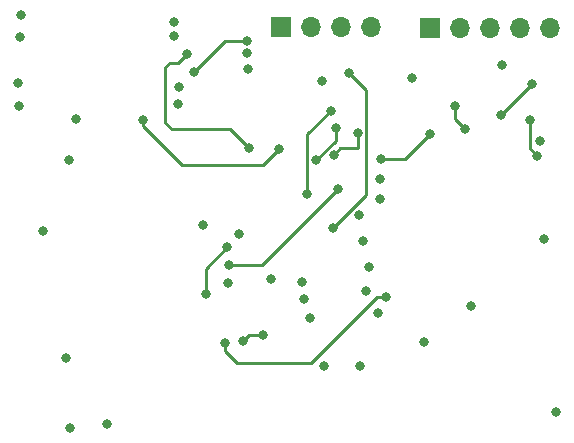
<source format=gbr>
%TF.GenerationSoftware,KiCad,Pcbnew,(6.0.1)*%
%TF.CreationDate,2022-04-20T02:22:31-05:00*%
%TF.ProjectId,pcb_w_STM32F030C8T6,7063625f-775f-4535-944d-333246303330,rev?*%
%TF.SameCoordinates,Original*%
%TF.FileFunction,Copper,L4,Bot*%
%TF.FilePolarity,Positive*%
%FSLAX46Y46*%
G04 Gerber Fmt 4.6, Leading zero omitted, Abs format (unit mm)*
G04 Created by KiCad (PCBNEW (6.0.1)) date 2022-04-20 02:22:31*
%MOMM*%
%LPD*%
G01*
G04 APERTURE LIST*
%TA.AperFunction,ComponentPad*%
%ADD10R,1.700000X1.700000*%
%TD*%
%TA.AperFunction,ComponentPad*%
%ADD11O,1.700000X1.700000*%
%TD*%
%TA.AperFunction,ViaPad*%
%ADD12C,0.800000*%
%TD*%
%TA.AperFunction,Conductor*%
%ADD13C,0.250000*%
%TD*%
G04 APERTURE END LIST*
D10*
%TO.P,J2,1,Pin_1*%
%TO.N,SWCLK*%
X78435000Y-69850000D03*
D11*
%TO.P,J2,2,Pin_2*%
%TO.N,SWDIO*%
X80975000Y-69850000D03*
%TO.P,J2,3,Pin_3*%
%TO.N,GND*%
X83515000Y-69850000D03*
%TO.P,J2,4,Pin_4*%
%TO.N,Net-(J2-Pad4)*%
X86055000Y-69850000D03*
%TO.P,J2,5,Pin_5*%
%TO.N,NRST*%
X88595000Y-69850000D03*
%TD*%
D10*
%TO.P,J1,1,Pin_1*%
%TO.N,GND*%
X65750000Y-69750000D03*
D11*
%TO.P,J1,2,Pin_2*%
%TO.N,VDDA*%
X68290000Y-69750000D03*
%TO.P,J1,3,Pin_3*%
%TO.N,SCL*%
X70830000Y-69750000D03*
%TO.P,J1,4,Pin_4*%
%TO.N,SDA*%
X73370000Y-69750000D03*
%TD*%
D12*
%TO.N,GND*%
X69250000Y-74325000D03*
%TO.N,Net-(C5-Pad2)*%
X62875000Y-70975000D03*
X58450000Y-73600000D03*
%TO.N,MC_USB_3.3*%
X63050000Y-80050000D03*
X57825000Y-72050000D03*
%TO.N,MC_USB_5*%
X65625000Y-80125000D03*
X54125000Y-77650000D03*
%TO.N,MC_USB_3.3*%
X81350000Y-78375000D03*
X80550000Y-76475500D03*
%TO.N,GND*%
X63025000Y-73350000D03*
X62900000Y-72000000D03*
X69400000Y-98450000D03*
X67600000Y-91350000D03*
X43750000Y-68775000D03*
X57100000Y-76325000D03*
X43600000Y-76500000D03*
X88025000Y-87725000D03*
X51050000Y-103350000D03*
X59175000Y-86550000D03*
X47925000Y-103700000D03*
X43550000Y-74525000D03*
X76850000Y-74075000D03*
X43725000Y-70600000D03*
X81875000Y-93425000D03*
X72500000Y-98475000D03*
X48450000Y-77575000D03*
X73200000Y-90100000D03*
X89050000Y-102350000D03*
X57165468Y-74847117D03*
X47875000Y-81000000D03*
X56725000Y-70575000D03*
X56700000Y-69325000D03*
X62250000Y-87325000D03*
X45625000Y-87075000D03*
%TO.N,VDDA*%
X47550000Y-97825000D03*
X77850000Y-96450000D03*
X64975000Y-91100000D03*
X74125000Y-82675000D03*
X87700000Y-79450000D03*
X72400000Y-85650000D03*
X74175000Y-84300000D03*
X72700000Y-87925000D03*
X84475000Y-72950000D03*
X61300000Y-91475000D03*
X67700000Y-92825000D03*
X68200000Y-94375000D03*
X72975000Y-92125000D03*
X74025000Y-93975000D03*
%TO.N,NRST*%
X61350000Y-89900000D03*
X70625000Y-83475000D03*
X74275000Y-80950000D03*
X87050000Y-74575000D03*
X84375000Y-77200000D03*
X78400000Y-78800000D03*
%TO.N,CHANGE_STATE*%
X61225000Y-88425000D03*
X61050000Y-96525000D03*
X74700000Y-92650000D03*
X59400000Y-92350000D03*
%TO.N,DEC*%
X64300000Y-95825000D03*
X62525000Y-96400000D03*
%TO.N,SCL*%
X70150000Y-86825000D03*
X71575000Y-73675000D03*
%TO.N,SDA*%
X69975000Y-76900000D03*
X68024500Y-83950000D03*
%TO.N,SWCLK*%
X68750000Y-81075000D03*
X70425000Y-78325000D03*
%TO.N,SWDIO*%
X70252729Y-80596870D03*
X72275000Y-78750000D03*
%TO.N,Net-(J2-Pad4)*%
X87500000Y-80675000D03*
X86825000Y-77650000D03*
%TD*%
D13*
%TO.N,Net-(C5-Pad2)*%
X61075000Y-70975000D02*
X62875000Y-70975000D01*
X58450000Y-73600000D02*
X61075000Y-70975000D01*
%TO.N,MC_USB_3.3*%
X57075000Y-72800000D02*
X57825000Y-72050000D01*
X56775000Y-72800000D02*
X57075000Y-72800000D01*
X56350000Y-72800000D02*
X56775000Y-72800000D01*
X55950000Y-73200000D02*
X56350000Y-72800000D01*
X55950000Y-77875000D02*
X55950000Y-73200000D01*
X61450000Y-78450000D02*
X56525000Y-78450000D01*
X63050000Y-80050000D02*
X61450000Y-78450000D01*
X56525000Y-78450000D02*
X55950000Y-77875000D01*
%TO.N,MC_USB_5*%
X54125000Y-78150000D02*
X54125000Y-77650000D01*
X57425000Y-81450000D02*
X54125000Y-78150000D01*
X64300000Y-81450000D02*
X57425000Y-81450000D01*
X65625000Y-80125000D02*
X64300000Y-81450000D01*
%TO.N,MC_USB_3.3*%
X80550000Y-77575000D02*
X81350000Y-78375000D01*
X80550000Y-76475500D02*
X80550000Y-77575000D01*
%TO.N,NRST*%
X76250000Y-80950000D02*
X74275000Y-80950000D01*
X70625000Y-83475000D02*
X64200000Y-89900000D01*
X84425000Y-77200000D02*
X84375000Y-77200000D01*
X87050000Y-74575000D02*
X84425000Y-77200000D01*
X78400000Y-78800000D02*
X76250000Y-80950000D01*
X64200000Y-89900000D02*
X61350000Y-89900000D01*
%TO.N,CHANGE_STATE*%
X73875000Y-92650000D02*
X73800000Y-92725000D01*
X59400000Y-90250000D02*
X61225000Y-88425000D01*
X59400000Y-92350000D02*
X59400000Y-90250000D01*
X73800000Y-92725000D02*
X68325000Y-98200000D01*
X62025000Y-98200000D02*
X61050000Y-97225000D01*
X74700000Y-92650000D02*
X73875000Y-92650000D01*
X68325000Y-98200000D02*
X62025000Y-98200000D01*
X61050000Y-97225000D02*
X61050000Y-96525000D01*
%TO.N,DEC*%
X62525000Y-96400000D02*
X63050000Y-95875000D01*
X63100000Y-95825000D02*
X64300000Y-95825000D01*
X63050000Y-95875000D02*
X63100000Y-95825000D01*
%TO.N,SCL*%
X70150000Y-86825000D02*
X72999511Y-83975489D01*
X72999511Y-75099511D02*
X71575000Y-73675000D01*
X72999511Y-83975489D02*
X72999511Y-75099511D01*
%TO.N,SDA*%
X68024500Y-78850500D02*
X69975000Y-76900000D01*
X68024500Y-83950000D02*
X68024500Y-78850500D01*
%TO.N,SWCLK*%
X70425000Y-79400000D02*
X68750000Y-81075000D01*
X70425000Y-78325000D02*
X70425000Y-79400000D01*
%TO.N,SWDIO*%
X70799599Y-80050000D02*
X70252729Y-80596870D01*
X72275000Y-80050000D02*
X70799599Y-80050000D01*
X72275000Y-78750000D02*
X72275000Y-80050000D01*
%TO.N,Net-(J2-Pad4)*%
X87500000Y-80675000D02*
X86825000Y-80000000D01*
X86825000Y-80000000D02*
X86825000Y-77650000D01*
%TD*%
M02*

</source>
